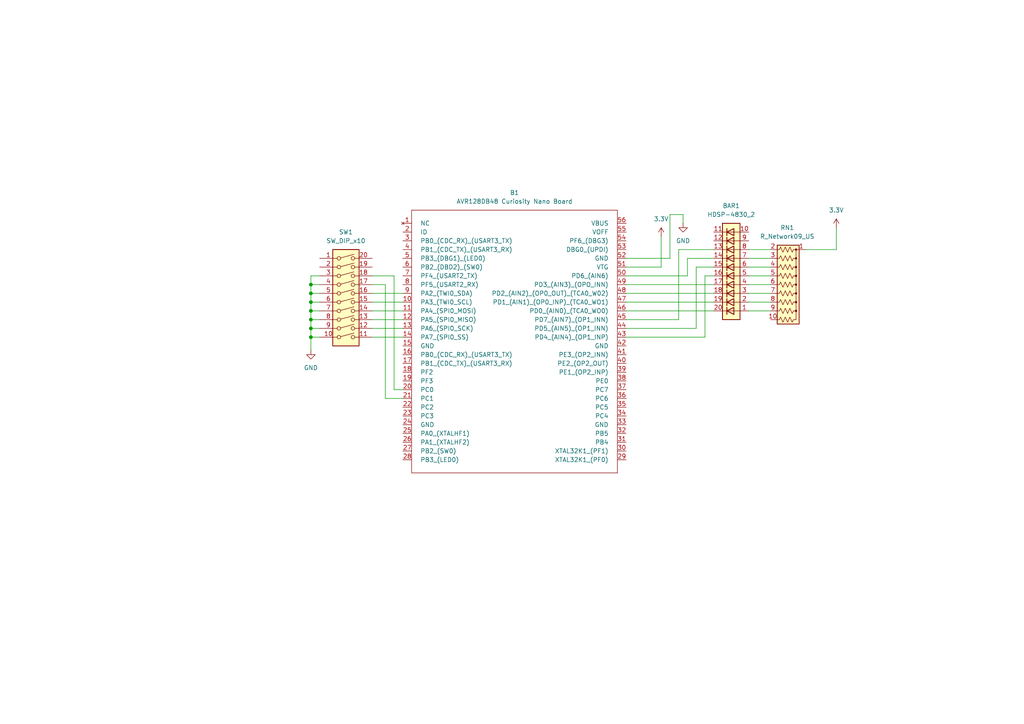
<source format=kicad_sch>
(kicad_sch (version 20231120) (generator "eeschema") (generator_version "8.0")
  (paper "A4")
  (title_block (title "ESE381-Lab02-DT1") (date "2025-02-13") (rev "0") (comment 1 "Lab Section 02") (comment 2 "SBUID 114639231") (comment 3 "Mingi Hwang"))
  (lib_symbols
    (symbol "Curiosity_Nano:avr128db48_Curiosity_Nano" (pin_names (offset 2.54))
      (property "Reference" "B" (at -2.032 42.418 0))
      (property "Value" "AVR128DB48 Curiosity Nano Board" (at 1.27 39.116 0))
      (symbol "avr128db48_Curiosity_Nano_0_1"
        (rectangle (start -30.48 36.83) (end 29.21 -39.37))
        (rectangle (start 29.21 -39.37) (end 29.21 -39.37))
      )
      (symbol "avr128db48_Curiosity_Nano_1_1"
        (pin no_connect line (at -33.02 33.02 0) (length 2.54) (name "NC") (number "1"))
        (pin bidirectional line (at -33.02 10.16 0) (length 2.54) (name "PA3_(TWI0_SCL)") (number "10"))
        (pin bidirectional line (at -33.02 7.62 0) (length 2.54) (name "PA4_(SPI0_MOSI)") (number "11"))
        (pin bidirectional line (at -33.02 5.08 0) (length 2.54) (name "PA5_(SPI0_MISO)") (number "12"))
        (pin bidirectional line (at -33.02 2.54 0) (length 2.54) (name "PA6_(SPI0_SCK)") (number "13"))
        (pin bidirectional line (at -33.02 0 0) (length 2.54) (name "PA7_(SPI0_SS)") (number "14"))
        (pin input line (at -33.02 -2.54 0) (length 2.54) (name "GND") (number "15"))
        (pin bidirectional line (at -33.02 -5.08 0) (length 2.54) (name "PB0_(CDC_RX)_(USART3_TX)") (number "16"))
        (pin bidirectional line (at -33.02 -7.62 0) (length 2.54) (name "PB1_(CDC_TX)_(USART3_RX)") (number "17"))
        (pin bidirectional line (at -33.02 -10.16 0) (length 2.54) (name "PF2") (number "18"))
        (pin bidirectional line (at -33.02 -12.7 0) (length 2.54) (name "PF3") (number "19"))
        (pin bidirectional line (at -33.02 30.48 0) (length 2.54) (name "ID") (number "2"))
        (pin bidirectional line (at -33.02 -15.24 0) (length 2.54) (name "PC0") (number "20"))
        (pin bidirectional line (at -33.02 -17.78 0) (length 2.54) (name "PC1") (number "21"))
        (pin bidirectional line (at -33.02 -20.32 0) (length 2.54) (name "PC2") (number "22"))
        (pin bidirectional line (at -33.02 -22.86 0) (length 2.54) (name "PC3") (number "23"))
        (pin input line (at -33.02 -25.4 0) (length 2.54) (name "GND") (number "24"))
        (pin input line (at -33.02 -27.94 0) (length 2.54) (name "PA0_(XTALHF1)") (number "25"))
        (pin input line (at -33.02 -30.48 0) (length 2.54) (name "PA1_(XTALHF2)") (number "26"))
        (pin bidirectional line (at -33.02 -33.02 0) (length 2.54) (name "PB2_(SW0)") (number "27"))
        (pin bidirectional line (at -33.02 -35.56 0) (length 2.54) (name "PB3_(LED0)") (number "28"))
        (pin bidirectional line (at 31.75 -35.56 180) (length 2.54) (name "XTAL32K1_(PF0)") (number "29"))
        (pin bidirectional line (at -33.02 27.94 0) (length 2.54) (name "PB0_(CDC_RX)_(USART3_TX)") (number "3"))
        (pin bidirectional line (at 31.75 -33.02 180) (length 2.54) (name "XTAL32K1_(PF1)") (number "30"))
        (pin bidirectional line (at 31.75 -30.48 180) (length 2.54) (name "PB4") (number "31"))
        (pin bidirectional line (at 31.75 -27.94 180) (length 2.54) (name "PB5") (number "32"))
        (pin input line (at 31.75 -25.4 180) (length 2.54) (name "GND") (number "33"))
        (pin bidirectional line (at 31.75 -22.86 180) (length 2.54) (name "PC4") (number "34"))
        (pin bidirectional line (at 31.75 -20.32 180) (length 2.54) (name "PC5") (number "35"))
        (pin bidirectional line (at 31.75 -17.78 180) (length 2.54) (name "PC6") (number "36"))
        (pin bidirectional line (at 31.75 -15.24 180) (length 2.54) (name "PC7") (number "37"))
        (pin bidirectional line (at 31.75 -12.7 180) (length 2.54) (name "PE0") (number "38"))
        (pin bidirectional line (at 31.75 -10.16 180) (length 2.54) (name "PE1_(OP2_INP)") (number "39"))
        (pin bidirectional line (at -33.02 25.4 0) (length 2.54) (name "PB1_(CDC_TX)_(USART3_RX)") (number "4"))
        (pin bidirectional line (at 31.75 -7.62 180) (length 2.54) (name "PE2_(OP2_OUT)") (number "40"))
        (pin bidirectional line (at 31.75 -5.08 180) (length 2.54) (name "PE3_(OP2_INN)") (number "41"))
        (pin input line (at 31.75 -2.54 180) (length 2.54) (name "GND") (number "42"))
        (pin bidirectional line (at 31.75 0 180) (length 2.54) (name "PD4_(AIN4)_(OP1_INP)") (number "43"))
        (pin bidirectional line (at 31.75 2.54 180) (length 2.54) (name "PD5_(AIN5)_(OP1_INN)") (number "44"))
        (pin bidirectional line (at 31.75 5.08 180) (length 2.54) (name "PD7_(AIN7)_(OP1_INN)") (number "45"))
        (pin bidirectional line (at 31.75 7.62 180) (length 2.54) (name "PD0_(AIN0)_(TCA0_WO0)") (number "46"))
        (pin bidirectional line (at 31.75 10.16 180) (length 2.54) (name "PD1_(AIN1)_(OP0_INP)_(TCA0_WO1)") (number "47"))
        (pin bidirectional line (at 31.75 12.7 180) (length 2.54) (name "PD2_(AIN2)_(OP0_OUT)_(TCA0_W02)") (number "48"))
        (pin bidirectional line (at 31.75 15.24 180) (length 2.54) (name "PD3_(AIN3)_(OPO_INN)") (number "49"))
        (pin bidirectional line (at -33.02 22.86 0) (length 2.54) (name "PB3_(DBG1)_(LED0)") (number "5"))
        (pin bidirectional line (at 31.75 17.78 180) (length 2.54) (name "PD6_(AIN6)") (number "50"))
        (pin power_out line (at 31.75 20.32 180) (length 2.54) (name "VTG") (number "51"))
        (pin input line (at 31.75 22.86 180) (length 2.54) (name "GND") (number "52"))
        (pin bidirectional line (at 31.75 25.4 180) (length 2.54) (name "DBG0_(UPDI)") (number "53"))
        (pin bidirectional line (at 31.75 27.94 180) (length 2.54) (name "PF6_(DBG3)") (number "54"))
        (pin input line (at 31.75 30.48 180) (length 2.54) (name "VOFF") (number "55"))
        (pin power_out line (at 31.75 33.02 180) (length 2.54) (name "VBUS") (number "56"))
        (pin bidirectional line (at -33.02 20.32 0) (length 2.54) (name "PB2_(DBD2)_(SW0)") (number "6"))
        (pin bidirectional line (at -33.02 17.78 0) (length 2.54) (name "PF4_(USART2_TX)") (number "7"))
        (pin bidirectional line (at -33.02 15.24 0) (length 2.54) (name "PF5_(USART2_RX)") (number "8"))
        (pin bidirectional line (at -33.02 12.7 0) (length 2.54) (name "PA2_(TWI0_SDA)") (number "9"))
      )
    )
    (symbol "Device:R_Network09_US" (pin_names (offset 0) hide)
      (property "Reference" "RN" (at -12.7 0 90))
      (property "Value" "R_Network09_US" (at 12.7 0 90))
      (symbol "R_Network09_US_0_1"
        (rectangle (start -11.43 -3.175) (end 11.43 3.175) (stroke (width 0.254)) (fill (type background)))
        (circle (center -10.16 2.286) (radius 0.254) (fill (type outline)))
        (circle (center -7.62 2.286) (radius 0.254) (fill (type outline)))
        (circle (center -5.08 2.286) (radius 0.254) (fill (type outline)))
        (circle (center -2.54 2.286) (radius 0.254) (fill (type outline)))
        (polyline (pts (xy -10.16 2.286) (xy 10.16 2.286)))
        (polyline (pts (xy -10.16 2.286) (xy -10.16 1.524) (xy -9.398 1.1684) (xy -10.922 0.508) (xy -9.398 -0.1524) (xy -10.922 -0.8382) (xy -9.398 -1.524) (xy -10.922 -2.1844) (xy -10.16 -2.54) (xy -10.16 -3.81)))
        (polyline (pts (xy -7.62 2.286) (xy -7.62 1.524) (xy -6.858 1.1684) (xy -8.382 0.508) (xy -6.858 -0.1524) (xy -8.382 -0.8382) (xy -6.858 -1.524) (xy -8.382 -2.1844) (xy -7.62 -2.54) (xy -7.62 -3.81)))
        (polyline (pts (xy -5.08 2.286) (xy -5.08 1.524) (xy -4.318 1.1684) (xy -5.842 0.508) (xy -4.318 -0.1524) (xy -5.842 -0.8382) (xy -4.318 -1.524) (xy -5.842 -2.1844) (xy -5.08 -2.54) (xy -5.08 -3.81)))
        (polyline (pts (xy -2.54 2.286) (xy -2.54 1.524) (xy -1.778 1.1684) (xy -3.302 0.508) (xy -1.778 -0.1524) (xy -3.302 -0.8382) (xy -1.778 -1.524) (xy -3.302 -2.1844) (xy -2.54 -2.54) (xy -2.54 -3.81)))
        (polyline (pts (xy 0 2.286) (xy 0 1.524) (xy 0.762 1.1684) (xy -0.762 0.508) (xy 0.762 -0.1524) (xy -0.762 -0.8382) (xy 0.762 -1.524) (xy -0.762 -2.1844) (xy 0 -2.54) (xy 0 -3.81)))
        (polyline (pts (xy 2.54 2.286) (xy 2.54 1.524) (xy 3.302 1.1684) (xy 1.778 0.508) (xy 3.302 -0.1524) (xy 1.778 -0.8382) (xy 3.302 -1.524) (xy 1.778 -2.1844) (xy 2.54 -2.54) (xy 2.54 -3.81)))
        (polyline (pts (xy 5.08 2.286) (xy 5.08 1.524) (xy 5.842 1.1684) (xy 4.318 0.508) (xy 5.842 -0.1524) (xy 4.318 -0.8382) (xy 5.842 -1.524) (xy 4.318 -2.1844) (xy 5.08 -2.54) (xy 5.08 -3.81)))
        (polyline (pts (xy 7.62 2.286) (xy 7.62 1.524) (xy 8.382 1.1684) (xy 6.858 0.508) (xy 8.382 -0.1524) (xy 6.858 -0.8382) (xy 8.382 -1.524) (xy 6.858 -2.1844) (xy 7.62 -2.54) (xy 7.62 -3.81)))
        (polyline (pts (xy 10.16 2.286) (xy 10.16 1.524) (xy 10.922 1.1684) (xy 9.398 0.508) (xy 10.922 -0.1524) (xy 9.398 -0.8382) (xy 10.922 -1.524) (xy 9.398 -2.1844) (xy 10.16 -2.54) (xy 10.16 -3.81)))
        (circle (center 0 2.286) (radius 0.254) (fill (type outline)))
        (circle (center 2.54 2.286) (radius 0.254) (fill (type outline)))
        (circle (center 5.08 2.286) (radius 0.254) (fill (type outline)))
        (circle (center 7.62 2.286) (radius 0.254) (fill (type outline)))
      )
      (symbol "R_Network09_US_1_1"
        (pin passive line (at -10.16 5.08 270) (length 2.54) (name "common") (number "1"))
        (pin passive line (at 10.16 -5.08 90) (length 1.27) (name "R9") (number "10"))
        (pin passive line (at -10.16 -5.08 90) (length 1.27) (name "R1") (number "2"))
        (pin passive line (at -7.62 -5.08 90) (length 1.27) (name "R2") (number "3"))
        (pin passive line (at -5.08 -5.08 90) (length 1.27) (name "R3") (number "4"))
        (pin passive line (at -2.54 -5.08 90) (length 1.27) (name "R4") (number "5"))
        (pin passive line (at 0 -5.08 90) (length 1.27) (name "R5") (number "6"))
        (pin passive line (at 2.54 -5.08 90) (length 1.27) (name "R6") (number "7"))
        (pin passive line (at 5.08 -5.08 90) (length 1.27) (name "R7") (number "8"))
        (pin passive line (at 7.62 -5.08 90) (length 1.27) (name "R8") (number "9"))
      )
    )
    (symbol "LED:HDSP-4830_2" (pin_names (offset 1.016) hide)
      (property "Reference" "BAR" (at 0 15.24 0))
      (property "Value" "HDSP-4830_2" (at 0 -17.78 0))
      (symbol "HDSP-4830_2_0_1"
        (rectangle (start -2.54 12.7) (end 2.54 -15.24) (stroke (width 0.254)) (fill (type background)))
        (polyline (pts (xy -2.54 -12.7) (xy 2.54 -12.7)))
        (polyline (pts (xy -2.54 -10.16) (xy 2.54 -10.16)))
        (polyline (pts (xy -2.54 -7.62) (xy 2.54 -7.62)))
        (polyline (pts (xy -2.54 -5.08) (xy 2.54 -5.08)))
        (polyline (pts (xy -2.54 0) (xy 2.54 0)))
        (polyline (pts (xy -2.54 5.08) (xy 2.54 5.08)))
        (polyline (pts (xy -2.54 7.62) (xy 2.54 7.62)))
        (polyline (pts (xy -2.54 10.16) (xy 2.54 10.16)))
        (polyline (pts (xy 1.27 -11.684) (xy 1.27 -13.716)) (stroke (width 0.254)))
        (polyline (pts (xy 1.27 -9.144) (xy 1.27 -11.176)) (stroke (width 0.254)))
        (polyline (pts (xy 1.27 -6.604) (xy 1.27 -8.636)) (stroke (width 0.254)))
        (polyline (pts (xy 1.27 -4.064) (xy 1.27 -6.096)) (stroke (width 0.254)))
        (polyline (pts (xy 1.27 -1.524) (xy 1.27 -3.556)) (stroke (width 0.254)))
        (polyline (pts (xy 1.27 1.016) (xy 1.27 -1.016)) (stroke (width 0.254)))
        (polyline (pts (xy 1.27 3.556) (xy 1.27 1.524)) (stroke (width 0.254)))
        (polyline (pts (xy 1.27 6.096) (xy 1.27 4.064)) (stroke (width 0.254)))
        (polyline (pts (xy 1.27 8.636) (xy 1.27 6.604)) (stroke (width 0.254)))
        (polyline (pts (xy 1.27 11.176) (xy 1.27 9.144)) (stroke (width 0.254)))
        (polyline (pts (xy 2.54 -2.54) (xy -2.54 -2.54)))
        (polyline (pts (xy 2.54 2.54) (xy -2.54 2.54)))
        (polyline (pts (xy -0.762 -11.684) (xy -0.762 -13.716) (xy 1.27 -12.7) (xy -0.762 -11.684)) (stroke (width 0.254)))
        (polyline (pts (xy -0.762 -9.144) (xy -0.762 -11.176) (xy 1.27 -10.16) (xy -0.762 -9.144)) (stroke (width 0.254)))
        (polyline (pts (xy -0.762 -6.604) (xy -0.762 -8.636) (xy 1.27 -7.62) (xy -0.762 -6.604)) (stroke (width 0.254)))
        (polyline (pts (xy -0.762 -4.064) (xy -0.762 -6.096) (xy 1.27 -5.08) (xy -0.762 -4.064)) (stroke (width 0.254)))
        (polyline (pts (xy -0.762 -1.524) (xy -0.762 -3.556) (xy 1.27 -2.54) (xy -0.762 -1.524)) (stroke (width 0.254)))
        (polyline (pts (xy -0.762 1.016) (xy -0.762 -1.016) (xy 1.27 0) (xy -0.762 1.016)) (stroke (width 0.254)))
        (polyline (pts (xy -0.762 3.556) (xy -0.762 1.524) (xy 1.27 2.54) (xy -0.762 3.556)) (stroke (width 0.254)))
        (polyline (pts (xy -0.762 6.096) (xy -0.762 4.064) (xy 1.27 5.08) (xy -0.762 6.096)) (stroke (width 0.254)))
        (polyline (pts (xy -0.762 8.636) (xy -0.762 6.604) (xy 1.27 7.62) (xy -0.762 8.636)) (stroke (width 0.254)))
        (polyline (pts (xy -0.762 11.176) (xy -0.762 9.144) (xy 1.27 10.16) (xy -0.762 11.176)) (stroke (width 0.254)))
      )
      (symbol "HDSP-4830_2_1_1"
        (pin passive line (at -5.08 10.16 0) (length 2.54) (name "A") (number "1"))
        (pin passive line (at -5.08 -12.7 0) (length 2.54) (name "A") (number "10"))
        (pin passive line (at 5.08 -12.7 180) (length 2.54) (name "K") (number "11"))
        (pin passive line (at 5.08 -10.16 180) (length 2.54) (name "K") (number "12"))
        (pin passive line (at 5.08 -7.62 180) (length 2.54) (name "K") (number "13"))
        (pin passive line (at 5.08 -5.08 180) (length 2.54) (name "K") (number "14"))
        (pin passive line (at 5.08 -2.54 180) (length 2.54) (name "K") (number "15"))
        (pin passive line (at 5.08 0 180) (length 2.54) (name "K") (number "16"))
        (pin passive line (at 5.08 2.54 180) (length 2.54) (name "K") (number "17"))
        (pin passive line (at 5.08 5.08 180) (length 2.54) (name "K") (number "18"))
        (pin passive line (at 5.08 7.62 180) (length 2.54) (name "K") (number "19"))
        (pin passive line (at -5.08 7.62 0) (length 2.54) (name "A") (number "2"))
        (pin passive line (at 5.08 10.16 180) (length 2.54) (name "K") (number "20"))
        (pin passive line (at -5.08 5.08 0) (length 2.54) (name "A") (number "3"))
        (pin passive line (at -5.08 2.54 0) (length 2.54) (name "A") (number "4"))
        (pin passive line (at -5.08 0 0) (length 2.54) (name "A") (number "5"))
        (pin passive line (at -5.08 -2.54 0) (length 2.54) (name "A") (number "6"))
        (pin passive line (at -5.08 -5.08 0) (length 2.54) (name "A") (number "7"))
        (pin passive line (at -5.08 -7.62 0) (length 2.54) (name "A") (number "8"))
        (pin passive line (at -5.08 -10.16 0) (length 2.54) (name "A") (number "9"))
      )
    )
    (symbol "Switch:SW_DIP_x10" (pin_names (offset 0) hide)
      (property "Reference" "SW" (at 0 16.51 0))
      (property "Value" "SW_DIP_x10" (at 0 -13.97 0))
      (symbol "SW_DIP_x10_0_0"
        (circle (center -2.032 -10.16) (radius 0.508))
        (circle (center -2.032 -7.62) (radius 0.508))
        (circle (center -2.032 -5.08) (radius 0.508))
        (circle (center -2.032 -2.54) (radius 0.508))
        (circle (center -2.032 0) (radius 0.508))
        (circle (center -2.032 2.54) (radius 0.508))
        (circle (center -2.032 5.08) (radius 0.508))
        (circle (center -2.032 7.62) (radius 0.508))
        (circle (center -2.032 10.16) (radius 0.508))
        (circle (center -2.032 12.7) (radius 0.508))
        (polyline (pts (xy -1.524 -10.0076) (xy 2.3622 -8.9662)))
        (polyline (pts (xy -1.524 -7.4676) (xy 2.3622 -6.4262)))
        (polyline (pts (xy -1.524 -4.9276) (xy 2.3622 -3.8862)))
        (polyline (pts (xy -1.524 -2.3876) (xy 2.3622 -1.3462)))
        (polyline (pts (xy -1.524 0.127) (xy 2.3622 1.1684)))
        (polyline (pts (xy -1.524 2.667) (xy 2.3622 3.7084)))
        (polyline (pts (xy -1.524 5.207) (xy 2.3622 6.2484)))
        (polyline (pts (xy -1.524 7.747) (xy 2.3622 8.7884)))
        (polyline (pts (xy -1.524 10.287) (xy 2.3622 11.3284)))
        (polyline (pts (xy -1.524 12.827) (xy 2.3622 13.8684)))
        (circle (center 2.032 -10.16) (radius 0.508))
        (circle (center 2.032 -7.62) (radius 0.508))
        (circle (center 2.032 -5.08) (radius 0.508))
        (circle (center 2.032 -2.54) (radius 0.508))
        (circle (center 2.032 0) (radius 0.508))
        (circle (center 2.032 2.54) (radius 0.508))
        (circle (center 2.032 5.08) (radius 0.508))
        (circle (center 2.032 7.62) (radius 0.508))
        (circle (center 2.032 10.16) (radius 0.508))
        (circle (center 2.032 12.7) (radius 0.508))
      )
      (symbol "SW_DIP_x10_0_1"
        (rectangle (start -3.81 15.24) (end 3.81 -12.7) (stroke (width 0.254)) (fill (type background)))
      )
      (symbol "SW_DIP_x10_1_1"
        (pin passive line (at -7.62 12.7 0) (length 5.08) (name "~") (number "1"))
        (pin passive line (at -7.62 -10.16 0) (length 5.08) (name "~") (number "10"))
        (pin passive line (at 7.62 -10.16 180) (length 5.08) (name "~") (number "11"))
        (pin passive line (at 7.62 -7.62 180) (length 5.08) (name "~") (number "12"))
        (pin passive line (at 7.62 -5.08 180) (length 5.08) (name "~") (number "13"))
        (pin passive line (at 7.62 -2.54 180) (length 5.08) (name "~") (number "14"))
        (pin passive line (at 7.62 0 180) (length 5.08) (name "~") (number "15"))
        (pin passive line (at 7.62 2.54 180) (length 5.08) (name "~") (number "16"))
        (pin passive line (at 7.62 5.08 180) (length 5.08) (name "~") (number "17"))
        (pin passive line (at 7.62 7.62 180) (length 5.08) (name "~") (number "18"))
        (pin passive line (at 7.62 10.16 180) (length 5.08) (name "~") (number "19"))
        (pin passive line (at -7.62 10.16 0) (length 5.08) (name "~") (number "2"))
        (pin passive line (at 7.62 12.7 180) (length 5.08) (name "~") (number "20"))
        (pin passive line (at -7.62 7.62 0) (length 5.08) (name "~") (number "3"))
        (pin passive line (at -7.62 5.08 0) (length 5.08) (name "~") (number "4"))
        (pin passive line (at -7.62 2.54 0) (length 5.08) (name "~") (number "5"))
        (pin passive line (at -7.62 0 0) (length 5.08) (name "~") (number "6"))
        (pin passive line (at -7.62 -2.54 0) (length 5.08) (name "~") (number "7"))
        (pin passive line (at -7.62 -5.08 0) (length 5.08) (name "~") (number "8"))
        (pin passive line (at -7.62 -7.62 0) (length 5.08) (name "~") (number "9"))
      )
    )
    (symbol "power:GND" (power) (pin_numbers hide) (pin_names (offset 0) hide)
      (property "Value" "GND" (at 0 -3.81 0))
      (symbol "GND_0_1"
        (polyline (pts (xy 0 0) (xy 0 -1.27) (xy 1.27 -1.27) (xy 0 -2.54) (xy -1.27 -1.27) (xy 0 -1.27)))
      )
      (symbol "GND_1_1"
        (pin power_in line (at 0 0 270) (length 0) (name "~") (number "1"))
      )
    )
    (symbol "power:VCC" (power) (pin_numbers hide) (pin_names (offset 0) hide)
      (property "Value" "VCC" (at 0 3.556 0))
      (symbol "VCC_0_1"
        (polyline (pts (xy -0.762 1.27) (xy 0 2.54)))
        (polyline (pts (xy 0 0) (xy 0 2.54)))
        (polyline (pts (xy 0 2.54) (xy 0.762 1.27)))
      )
      (symbol "VCC_1_1"
        (pin power_in line (at 0 0 90) (length 0) (name "~") (number "1"))
      )
    )
  )
  (junction (at 90.17 85.09))
  (junction (at 90.17 90.17))
  (junction (at 90.17 87.63))
  (junction (at 90.17 97.79))
  (junction (at 90.17 92.71))
  (junction (at 90.17 95.25))
  (junction (at 90.17 82.55))
  (wire (pts (xy 107.95 95.25) (xy 116.84 95.25)))
  (wire (pts (xy 107.95 92.71) (xy 116.84 92.71)))
  (wire (pts (xy 204.47 80.01) (xy 207.01 80.01)))
  (wire (pts (xy 90.17 85.09) (xy 92.71 85.09)))
  (wire (pts (xy 90.17 97.79) (xy 90.17 101.6)))
  (wire (pts (xy 223.52 77.47) (xy 217.17 77.47)))
  (wire (pts (xy 196.85 72.39) (xy 207.01 72.39)))
  (wire (pts (xy 107.95 82.55) (xy 111.76 82.55)))
  (wire (pts (xy 223.52 74.93) (xy 217.17 74.93)))
  (wire (pts (xy 181.61 87.63) (xy 207.01 87.63)))
  (wire (pts (xy 116.84 115.57) (xy 111.76 115.57)))
  (wire (pts (xy 90.17 87.63) (xy 92.71 87.63)))
  (wire (pts (xy 181.61 77.47) (xy 191.77 77.47)))
  (wire (pts (xy 204.47 97.79) (xy 204.47 80.01)))
  (wire (pts (xy 90.17 85.09) (xy 90.17 87.63)))
  (wire (pts (xy 90.17 87.63) (xy 90.17 90.17)))
  (wire (pts (xy 181.61 82.55) (xy 207.01 82.55)))
  (wire (pts (xy 223.52 80.01) (xy 217.17 80.01)))
  (wire (pts (xy 90.17 80.01) (xy 90.17 82.55)))
  (wire (pts (xy 116.84 113.03) (xy 114.3 113.03)))
  (wire (pts (xy 107.95 85.09) (xy 116.84 85.09)))
  (wire (pts (xy 90.17 92.71) (xy 92.71 92.71)))
  (wire (pts (xy 90.17 92.71) (xy 90.17 95.25)))
  (wire (pts (xy 114.3 113.03) (xy 114.3 80.01)))
  (wire (pts (xy 199.39 74.93) (xy 207.01 74.93)))
  (wire (pts (xy 90.17 82.55) (xy 92.71 82.55)))
  (wire (pts (xy 223.52 85.09) (xy 217.17 85.09)))
  (wire (pts (xy 181.61 85.09) (xy 207.01 85.09)))
  (wire (pts (xy 223.52 82.55) (xy 217.17 82.55)))
  (wire (pts (xy 181.61 80.01) (xy 199.39 80.01)))
  (wire (pts (xy 92.71 97.79) (xy 90.17 97.79)))
  (wire (pts (xy 90.17 95.25) (xy 92.71 95.25)))
  (wire (pts (xy 233.68 72.39) (xy 242.57 72.39)))
  (wire (pts (xy 107.95 90.17) (xy 116.84 90.17)))
  (wire (pts (xy 111.76 115.57) (xy 111.76 82.55)))
  (wire (pts (xy 194.31 62.23) (xy 198.12 62.23)))
  (wire (pts (xy 90.17 82.55) (xy 90.17 85.09)))
  (wire (pts (xy 90.17 80.01) (xy 92.71 80.01)))
  (wire (pts (xy 198.12 62.23) (xy 198.12 64.77)))
  (wire (pts (xy 199.39 80.01) (xy 199.39 74.93)))
  (wire (pts (xy 90.17 95.25) (xy 90.17 97.79)))
  (wire (pts (xy 107.95 87.63) (xy 116.84 87.63)))
  (wire (pts (xy 181.61 95.25) (xy 201.93 95.25)))
  (wire (pts (xy 181.61 90.17) (xy 207.01 90.17)))
  (wire (pts (xy 181.61 97.79) (xy 204.47 97.79)))
  (wire (pts (xy 181.61 74.93) (xy 194.31 74.93)))
  (wire (pts (xy 201.93 77.47) (xy 207.01 77.47)))
  (wire (pts (xy 201.93 95.25) (xy 201.93 77.47)))
  (wire (pts (xy 242.57 72.39) (xy 242.57 66.04)))
  (wire (pts (xy 181.61 92.71) (xy 196.85 92.71)))
  (wire (pts (xy 107.95 97.79) (xy 116.84 97.79)))
  (wire (pts (xy 90.17 90.17) (xy 92.71 90.17)))
  (wire (pts (xy 223.52 72.39) (xy 217.17 72.39)))
  (wire (pts (xy 90.17 90.17) (xy 90.17 92.71)))
  (wire (pts (xy 196.85 92.71) (xy 196.85 72.39)))
  (wire (pts (xy 223.52 87.63) (xy 217.17 87.63)))
  (wire (pts (xy 107.95 80.01) (xy 114.3 80.01)))
  (wire (pts (xy 191.77 68.58) (xy 191.77 77.47)))
  (wire (pts (xy 194.31 74.93) (xy 194.31 62.23)))
  (wire (pts (xy 223.52 90.17) (xy 217.17 90.17)))
  (symbol (lib_id "Switch:SW_DIP_x10") (at 100.33 87.63 0) (unit 1)
    (property "Reference" "SW1" (at 100.33 67.31 0))
    (property "Value" "SW_DIP_x10" (at 100.33 69.85 0))
    (property "Description" "10x DIP Switch, Single Pole Single Throw (SPST) switch, small symbol" (effects (hide yes)))
  )
  (symbol (lib_id "power:VCC") (at 191.77 68.58 0) (unit 1)
    (property "Reference" "#PWR03" (effects (hide yes)))
    (property "Value" "3.3V" (at 191.77 63.5 0))
    (property "Description" "Power symbol creates a global label with name \"VCC\"" (effects (hide yes)))
  )
  (symbol (lib_id "power:GND") (at 198.12 64.77 0) (unit 1)
    (property "Reference" "#PWR04" (effects (hide yes)))
    (property "Value" "GND" (at 198.12 69.85 0))
    (property "Description" "Power symbol creates a global label with name \"GND\" , ground" (effects (hide yes)))
  )
  (symbol (lib_id "power:GND") (at 90.17 101.6 0) (unit 1)
    (property "Reference" "#PWR01" (effects (hide yes)))
    (property "Value" "GND" (at 90.17 106.68 0))
    (property "Description" "Power symbol creates a global label with name \"GND\" , ground" (effects (hide yes)))
  )
  (symbol (lib_id "Curiosity_Nano:avr128db48_Curiosity_Nano") (at 149.86 97.79 0) (unit 1)
    (property "Reference" "B1" (at 149.225 55.88 0))
    (property "Value" "AVR128DB48 Curiosity Nano Board" (at 149.225 58.42 0))
  )
  (symbol (lib_id "LED:HDSP-4830_2") (at 212.09 80.01 180) (unit 1)
    (property "Reference" "BAR1" (at 212.09 59.69 0))
    (property "Value" "HDSP-4830_2" (at 212.09 62.23 0))
    (property "Footprint" "Display:HDSP-4830" (effects (hide yes)))
    (property "Datasheet" "https://docs.broadcom.com/docs/AV02-1798EN" (effects (hide yes)))
    (property "Description" "BAR GRAPH 10 segment block, high efficiency red" (effects (hide yes)))
  )
  (symbol (lib_id "power:VCC") (at 242.57 66.04 0) (unit 1)
    (property "Reference" "#PWR02" (effects (hide yes)))
    (property "Value" "3.3V" (at 242.57 60.96 0))
    (property "Description" "Power symbol creates a global label with name \"VCC\"" (effects (hide yes)))
  )
  (symbol (lib_id "Device:R_Network09_US") (at 228.6 82.55 270) (unit 1)
    (property "Reference" "RN1" (at 228.346 66.04 90))
    (property "Value" "R_Network09_US" (at 228.346 68.58 90))
    (property "Footprint" "Resistor_THT:R_Array_SIP10" (effects (hide yes)))
    (property "Datasheet" "http://www.vishay.com/docs/31509/csc.pdf" (effects (hide yes)))
    (property "Description" "9 resistor network, star topology, bussed resistors, small US symbol" (effects (hide yes)))
  )
)
</source>
